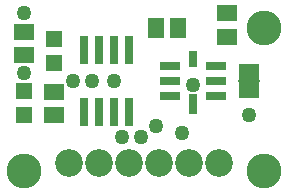
<source format=gts>
G75*
G70*
%OFA0B0*%
%FSLAX24Y24*%
%IPPOS*%
%LPD*%
%AMOC8*
5,1,8,0,0,1.08239X$1,22.5*
%
%ADD10C,0.1162*%
%ADD11R,0.0651X0.0312*%
%ADD12R,0.0312X0.0651*%
%ADD13R,0.0312X0.0560*%
%ADD14R,0.0296X0.0926*%
%ADD15C,0.0920*%
%ADD16R,0.0560X0.0560*%
%ADD17R,0.0690X0.0572*%
%ADD18R,0.0690X0.0520*%
%ADD19R,0.0720X0.0060*%
%ADD20R,0.0572X0.0651*%
%ADD21R,0.0532X0.0532*%
%ADD22R,0.0651X0.0572*%
%ADD23C,0.0496*%
D10*
X001440Y001440D03*
X009440Y001440D03*
X009440Y006190D03*
D11*
X007836Y004936D03*
X007836Y004440D03*
X007836Y003943D03*
X006293Y003943D03*
X006293Y004440D03*
X006293Y004936D03*
D12*
X007065Y003668D03*
D13*
X007068Y005188D03*
D14*
X004940Y005463D03*
X004440Y005463D03*
X003940Y005463D03*
X003440Y005463D03*
X003440Y003416D03*
X003940Y003416D03*
X004440Y003416D03*
X004940Y003416D03*
D15*
X004940Y001690D03*
X005940Y001690D03*
X006940Y001690D03*
X007940Y001690D03*
X003940Y001690D03*
X002940Y001690D03*
D16*
X001440Y003290D03*
X001440Y004090D03*
D17*
X001440Y005296D03*
X001440Y006083D03*
X008190Y005921D03*
X008190Y006708D03*
D18*
X008940Y004740D03*
X008940Y004140D03*
D19*
X008940Y004440D03*
D20*
X006564Y006190D03*
X005816Y006190D03*
D21*
X002440Y005853D03*
X002440Y005026D03*
D22*
X002440Y004064D03*
X002440Y003316D03*
D23*
X003065Y004440D03*
X003690Y004440D03*
X004440Y004440D03*
X005815Y002940D03*
X005315Y002565D03*
X004690Y002565D03*
X006690Y002690D03*
X007065Y004315D03*
X008940Y003315D03*
X001440Y004690D03*
X001440Y006690D03*
M02*

</source>
